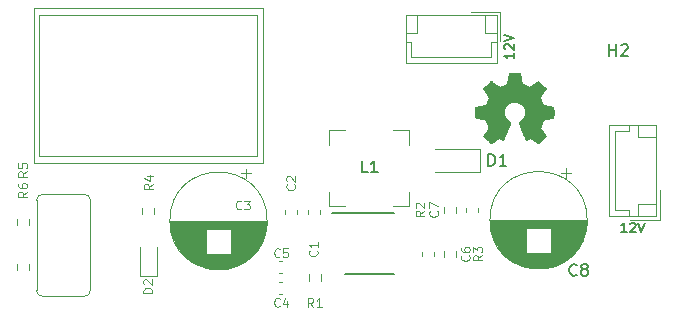
<source format=gbr>
%TF.GenerationSoftware,KiCad,Pcbnew,(5.1.9)-1*%
%TF.CreationDate,2021-11-10T21:50:44+01:00*%
%TF.ProjectId,smoke_extractor,736d6f6b-655f-4657-9874-726163746f72,rev?*%
%TF.SameCoordinates,Original*%
%TF.FileFunction,Legend,Top*%
%TF.FilePolarity,Positive*%
%FSLAX46Y46*%
G04 Gerber Fmt 4.6, Leading zero omitted, Abs format (unit mm)*
G04 Created by KiCad (PCBNEW (5.1.9)-1) date 2021-11-10 21:50:44*
%MOMM*%
%LPD*%
G01*
G04 APERTURE LIST*
%ADD10C,0.150000*%
%ADD11C,0.010000*%
%ADD12C,0.120000*%
%ADD13C,0.100000*%
G04 APERTURE END LIST*
D10*
X144304761Y-88361904D02*
X143847619Y-88361904D01*
X144076190Y-88361904D02*
X144076190Y-87561904D01*
X144000000Y-87676190D01*
X143923809Y-87752380D01*
X143847619Y-87790476D01*
X144609523Y-87638095D02*
X144647619Y-87600000D01*
X144723809Y-87561904D01*
X144914285Y-87561904D01*
X144990476Y-87600000D01*
X145028571Y-87638095D01*
X145066666Y-87714285D01*
X145066666Y-87790476D01*
X145028571Y-87904761D01*
X144571428Y-88361904D01*
X145066666Y-88361904D01*
X145295238Y-87561904D02*
X145561904Y-88361904D01*
X145828571Y-87561904D01*
X134761904Y-73195238D02*
X134761904Y-73652380D01*
X134761904Y-73423809D02*
X133961904Y-73423809D01*
X134076190Y-73500000D01*
X134152380Y-73576190D01*
X134190476Y-73652380D01*
X134038095Y-72890476D02*
X134000000Y-72852380D01*
X133961904Y-72776190D01*
X133961904Y-72585714D01*
X134000000Y-72509523D01*
X134038095Y-72471428D01*
X134114285Y-72433333D01*
X134190476Y-72433333D01*
X134304761Y-72471428D01*
X134761904Y-72928571D01*
X134761904Y-72433333D01*
X133961904Y-72204761D02*
X134761904Y-71938095D01*
X133961904Y-71671428D01*
D11*
%TO.C,REF\u002A\u002A*%
G36*
X135355814Y-75368931D02*
G01*
X135439635Y-75813555D01*
X135748920Y-75941053D01*
X136058206Y-76068551D01*
X136429246Y-75816246D01*
X136533157Y-75745996D01*
X136627087Y-75683272D01*
X136706652Y-75630938D01*
X136767470Y-75591857D01*
X136805157Y-75568893D01*
X136815421Y-75563942D01*
X136833910Y-75576676D01*
X136873420Y-75611882D01*
X136929522Y-75665062D01*
X136997787Y-75731718D01*
X137073786Y-75807354D01*
X137153092Y-75887472D01*
X137231275Y-75967574D01*
X137303907Y-76043164D01*
X137366559Y-76109745D01*
X137414803Y-76162818D01*
X137444210Y-76197887D01*
X137451241Y-76209623D01*
X137441123Y-76231260D01*
X137412759Y-76278662D01*
X137369129Y-76347193D01*
X137313218Y-76432215D01*
X137248006Y-76529093D01*
X137210219Y-76584350D01*
X137141343Y-76685248D01*
X137080140Y-76776299D01*
X137029578Y-76852970D01*
X136992628Y-76910728D01*
X136972258Y-76945043D01*
X136969197Y-76952254D01*
X136976136Y-76972748D01*
X136995051Y-77020513D01*
X137023087Y-77088832D01*
X137057391Y-77170989D01*
X137095109Y-77260270D01*
X137133387Y-77349958D01*
X137169370Y-77433338D01*
X137200206Y-77503694D01*
X137223039Y-77554310D01*
X137235017Y-77578471D01*
X137235724Y-77579422D01*
X137254531Y-77584036D01*
X137304618Y-77594328D01*
X137380793Y-77609287D01*
X137477865Y-77627901D01*
X137590643Y-77649159D01*
X137656442Y-77661418D01*
X137776950Y-77684362D01*
X137885797Y-77706195D01*
X137977476Y-77725722D01*
X138046481Y-77741748D01*
X138087304Y-77753079D01*
X138095511Y-77756674D01*
X138103548Y-77781006D01*
X138110033Y-77835959D01*
X138114970Y-77915108D01*
X138118364Y-78012026D01*
X138120218Y-78120287D01*
X138120538Y-78233465D01*
X138119327Y-78345135D01*
X138116590Y-78448868D01*
X138112331Y-78538241D01*
X138106555Y-78606826D01*
X138099267Y-78648197D01*
X138094895Y-78656810D01*
X138068764Y-78667133D01*
X138013393Y-78681892D01*
X137936107Y-78699352D01*
X137844230Y-78717780D01*
X137812158Y-78723741D01*
X137657524Y-78752066D01*
X137535375Y-78774876D01*
X137441673Y-78793080D01*
X137372384Y-78807583D01*
X137323471Y-78819292D01*
X137290897Y-78829115D01*
X137270628Y-78837956D01*
X137258626Y-78846724D01*
X137256947Y-78848457D01*
X137240184Y-78876371D01*
X137214614Y-78930695D01*
X137182788Y-79004777D01*
X137147260Y-79091965D01*
X137110583Y-79185608D01*
X137075311Y-79279052D01*
X137043996Y-79365647D01*
X137019193Y-79438740D01*
X137003454Y-79491678D01*
X136999332Y-79517811D01*
X136999676Y-79518726D01*
X137013641Y-79540086D01*
X137045322Y-79587084D01*
X137091391Y-79654827D01*
X137148518Y-79738423D01*
X137213373Y-79832982D01*
X137231843Y-79859854D01*
X137297699Y-79957275D01*
X137355650Y-80046163D01*
X137402538Y-80121412D01*
X137435207Y-80177920D01*
X137450500Y-80210581D01*
X137451241Y-80214593D01*
X137438392Y-80235684D01*
X137402888Y-80277464D01*
X137349293Y-80335445D01*
X137282171Y-80405135D01*
X137206087Y-80482045D01*
X137125604Y-80561683D01*
X137045287Y-80639561D01*
X136969699Y-80711186D01*
X136903405Y-80772070D01*
X136850969Y-80817721D01*
X136816955Y-80843650D01*
X136807545Y-80847883D01*
X136785643Y-80837912D01*
X136740800Y-80811020D01*
X136680321Y-80771736D01*
X136633789Y-80740117D01*
X136549475Y-80682098D01*
X136449626Y-80613784D01*
X136349473Y-80545579D01*
X136295627Y-80509075D01*
X136113371Y-80385800D01*
X135960381Y-80468520D01*
X135890682Y-80504759D01*
X135831414Y-80532926D01*
X135791311Y-80548991D01*
X135781103Y-80551226D01*
X135768829Y-80534722D01*
X135744613Y-80488082D01*
X135710263Y-80415609D01*
X135667588Y-80321606D01*
X135618394Y-80210374D01*
X135564490Y-80086215D01*
X135507684Y-79953432D01*
X135449782Y-79816327D01*
X135392593Y-79679202D01*
X135337924Y-79546358D01*
X135287584Y-79422098D01*
X135243380Y-79310725D01*
X135207119Y-79216539D01*
X135180609Y-79143844D01*
X135165658Y-79096941D01*
X135163254Y-79080833D01*
X135182311Y-79060286D01*
X135224036Y-79026933D01*
X135279706Y-78987702D01*
X135284378Y-78984599D01*
X135428264Y-78869423D01*
X135544283Y-78735053D01*
X135631430Y-78585784D01*
X135688699Y-78425913D01*
X135715086Y-78259737D01*
X135709585Y-78091552D01*
X135671190Y-77925655D01*
X135598895Y-77766342D01*
X135577626Y-77731487D01*
X135466996Y-77590737D01*
X135336302Y-77477714D01*
X135190064Y-77393003D01*
X135032808Y-77337194D01*
X134869057Y-77310874D01*
X134703333Y-77314630D01*
X134540162Y-77349050D01*
X134384065Y-77414723D01*
X134239567Y-77512235D01*
X134194869Y-77551813D01*
X134081112Y-77675703D01*
X133998218Y-77806124D01*
X133941356Y-77952315D01*
X133909687Y-78097088D01*
X133901869Y-78259860D01*
X133927938Y-78423440D01*
X133985245Y-78582298D01*
X134071144Y-78730906D01*
X134182986Y-78863735D01*
X134318123Y-78975256D01*
X134335883Y-78987011D01*
X134392150Y-79025508D01*
X134434923Y-79058863D01*
X134455372Y-79080160D01*
X134455669Y-79080833D01*
X134451279Y-79103871D01*
X134433876Y-79156157D01*
X134405268Y-79233390D01*
X134367265Y-79331268D01*
X134321674Y-79445491D01*
X134270303Y-79571758D01*
X134214962Y-79705767D01*
X134157458Y-79843218D01*
X134099601Y-79979808D01*
X134043198Y-80111237D01*
X133990058Y-80233205D01*
X133941990Y-80341409D01*
X133900801Y-80431549D01*
X133868301Y-80499323D01*
X133846297Y-80540430D01*
X133837436Y-80551226D01*
X133810360Y-80542819D01*
X133759697Y-80520272D01*
X133694183Y-80487613D01*
X133658159Y-80468520D01*
X133505168Y-80385800D01*
X133322912Y-80509075D01*
X133229875Y-80572228D01*
X133128015Y-80641727D01*
X133032562Y-80707165D01*
X132984750Y-80740117D01*
X132917505Y-80785273D01*
X132860564Y-80821057D01*
X132821354Y-80842938D01*
X132808619Y-80847563D01*
X132790083Y-80835085D01*
X132749059Y-80800252D01*
X132689525Y-80746678D01*
X132615458Y-80677983D01*
X132530835Y-80597781D01*
X132477315Y-80546286D01*
X132383681Y-80454286D01*
X132302759Y-80371999D01*
X132237823Y-80302945D01*
X132192142Y-80250644D01*
X132168989Y-80218616D01*
X132166768Y-80212116D01*
X132177076Y-80187394D01*
X132205561Y-80137405D01*
X132249063Y-80067212D01*
X132304423Y-79981875D01*
X132368480Y-79886456D01*
X132386697Y-79859854D01*
X132453073Y-79763167D01*
X132512622Y-79676117D01*
X132562016Y-79603595D01*
X132597925Y-79550493D01*
X132617019Y-79521703D01*
X132618864Y-79518726D01*
X132616105Y-79495782D01*
X132601462Y-79445336D01*
X132577487Y-79374041D01*
X132546734Y-79288547D01*
X132511756Y-79195507D01*
X132475107Y-79101574D01*
X132439339Y-79013399D01*
X132407006Y-78937634D01*
X132380662Y-78880931D01*
X132362858Y-78849943D01*
X132361593Y-78848457D01*
X132350706Y-78839601D01*
X132332318Y-78830843D01*
X132302394Y-78821277D01*
X132256897Y-78809996D01*
X132191791Y-78796093D01*
X132103039Y-78778663D01*
X131986607Y-78756798D01*
X131838458Y-78729591D01*
X131806382Y-78723741D01*
X131711314Y-78705374D01*
X131628435Y-78687405D01*
X131565070Y-78671569D01*
X131528542Y-78659600D01*
X131523644Y-78656810D01*
X131515573Y-78632072D01*
X131509013Y-78576790D01*
X131503967Y-78497389D01*
X131500441Y-78400296D01*
X131498439Y-78291938D01*
X131497964Y-78178740D01*
X131499023Y-78067128D01*
X131501618Y-77963529D01*
X131505754Y-77874368D01*
X131511437Y-77806072D01*
X131518669Y-77765066D01*
X131523029Y-77756674D01*
X131547302Y-77748208D01*
X131602574Y-77734435D01*
X131683338Y-77716550D01*
X131784088Y-77695748D01*
X131899317Y-77673223D01*
X131962098Y-77661418D01*
X132081213Y-77639151D01*
X132187435Y-77618979D01*
X132275573Y-77601915D01*
X132340434Y-77588969D01*
X132376826Y-77581155D01*
X132382816Y-77579422D01*
X132392939Y-77559890D01*
X132414338Y-77512843D01*
X132444161Y-77445003D01*
X132479555Y-77363091D01*
X132517668Y-77273828D01*
X132555647Y-77183935D01*
X132590640Y-77100135D01*
X132619794Y-77029147D01*
X132640257Y-76977694D01*
X132649177Y-76952497D01*
X132649343Y-76951396D01*
X132639231Y-76931519D01*
X132610883Y-76885777D01*
X132567277Y-76818717D01*
X132511394Y-76734884D01*
X132446213Y-76638826D01*
X132408321Y-76583650D01*
X132339275Y-76482481D01*
X132277950Y-76390630D01*
X132227337Y-76312744D01*
X132190429Y-76253469D01*
X132170218Y-76217451D01*
X132167299Y-76209377D01*
X132179847Y-76190584D01*
X132214537Y-76150457D01*
X132266937Y-76093493D01*
X132332616Y-76024185D01*
X132407144Y-75947031D01*
X132486087Y-75866525D01*
X132565017Y-75787163D01*
X132639500Y-75713440D01*
X132705106Y-75649852D01*
X132757404Y-75600894D01*
X132791961Y-75571061D01*
X132803522Y-75563942D01*
X132822346Y-75573953D01*
X132867369Y-75602078D01*
X132934213Y-75645454D01*
X133018501Y-75701218D01*
X133115856Y-75766506D01*
X133189293Y-75816246D01*
X133560333Y-76068551D01*
X134178905Y-75813555D01*
X134262725Y-75368931D01*
X134346546Y-74924307D01*
X135271994Y-74924307D01*
X135355814Y-75368931D01*
G37*
X135355814Y-75368931D02*
X135439635Y-75813555D01*
X135748920Y-75941053D01*
X136058206Y-76068551D01*
X136429246Y-75816246D01*
X136533157Y-75745996D01*
X136627087Y-75683272D01*
X136706652Y-75630938D01*
X136767470Y-75591857D01*
X136805157Y-75568893D01*
X136815421Y-75563942D01*
X136833910Y-75576676D01*
X136873420Y-75611882D01*
X136929522Y-75665062D01*
X136997787Y-75731718D01*
X137073786Y-75807354D01*
X137153092Y-75887472D01*
X137231275Y-75967574D01*
X137303907Y-76043164D01*
X137366559Y-76109745D01*
X137414803Y-76162818D01*
X137444210Y-76197887D01*
X137451241Y-76209623D01*
X137441123Y-76231260D01*
X137412759Y-76278662D01*
X137369129Y-76347193D01*
X137313218Y-76432215D01*
X137248006Y-76529093D01*
X137210219Y-76584350D01*
X137141343Y-76685248D01*
X137080140Y-76776299D01*
X137029578Y-76852970D01*
X136992628Y-76910728D01*
X136972258Y-76945043D01*
X136969197Y-76952254D01*
X136976136Y-76972748D01*
X136995051Y-77020513D01*
X137023087Y-77088832D01*
X137057391Y-77170989D01*
X137095109Y-77260270D01*
X137133387Y-77349958D01*
X137169370Y-77433338D01*
X137200206Y-77503694D01*
X137223039Y-77554310D01*
X137235017Y-77578471D01*
X137235724Y-77579422D01*
X137254531Y-77584036D01*
X137304618Y-77594328D01*
X137380793Y-77609287D01*
X137477865Y-77627901D01*
X137590643Y-77649159D01*
X137656442Y-77661418D01*
X137776950Y-77684362D01*
X137885797Y-77706195D01*
X137977476Y-77725722D01*
X138046481Y-77741748D01*
X138087304Y-77753079D01*
X138095511Y-77756674D01*
X138103548Y-77781006D01*
X138110033Y-77835959D01*
X138114970Y-77915108D01*
X138118364Y-78012026D01*
X138120218Y-78120287D01*
X138120538Y-78233465D01*
X138119327Y-78345135D01*
X138116590Y-78448868D01*
X138112331Y-78538241D01*
X138106555Y-78606826D01*
X138099267Y-78648197D01*
X138094895Y-78656810D01*
X138068764Y-78667133D01*
X138013393Y-78681892D01*
X137936107Y-78699352D01*
X137844230Y-78717780D01*
X137812158Y-78723741D01*
X137657524Y-78752066D01*
X137535375Y-78774876D01*
X137441673Y-78793080D01*
X137372384Y-78807583D01*
X137323471Y-78819292D01*
X137290897Y-78829115D01*
X137270628Y-78837956D01*
X137258626Y-78846724D01*
X137256947Y-78848457D01*
X137240184Y-78876371D01*
X137214614Y-78930695D01*
X137182788Y-79004777D01*
X137147260Y-79091965D01*
X137110583Y-79185608D01*
X137075311Y-79279052D01*
X137043996Y-79365647D01*
X137019193Y-79438740D01*
X137003454Y-79491678D01*
X136999332Y-79517811D01*
X136999676Y-79518726D01*
X137013641Y-79540086D01*
X137045322Y-79587084D01*
X137091391Y-79654827D01*
X137148518Y-79738423D01*
X137213373Y-79832982D01*
X137231843Y-79859854D01*
X137297699Y-79957275D01*
X137355650Y-80046163D01*
X137402538Y-80121412D01*
X137435207Y-80177920D01*
X137450500Y-80210581D01*
X137451241Y-80214593D01*
X137438392Y-80235684D01*
X137402888Y-80277464D01*
X137349293Y-80335445D01*
X137282171Y-80405135D01*
X137206087Y-80482045D01*
X137125604Y-80561683D01*
X137045287Y-80639561D01*
X136969699Y-80711186D01*
X136903405Y-80772070D01*
X136850969Y-80817721D01*
X136816955Y-80843650D01*
X136807545Y-80847883D01*
X136785643Y-80837912D01*
X136740800Y-80811020D01*
X136680321Y-80771736D01*
X136633789Y-80740117D01*
X136549475Y-80682098D01*
X136449626Y-80613784D01*
X136349473Y-80545579D01*
X136295627Y-80509075D01*
X136113371Y-80385800D01*
X135960381Y-80468520D01*
X135890682Y-80504759D01*
X135831414Y-80532926D01*
X135791311Y-80548991D01*
X135781103Y-80551226D01*
X135768829Y-80534722D01*
X135744613Y-80488082D01*
X135710263Y-80415609D01*
X135667588Y-80321606D01*
X135618394Y-80210374D01*
X135564490Y-80086215D01*
X135507684Y-79953432D01*
X135449782Y-79816327D01*
X135392593Y-79679202D01*
X135337924Y-79546358D01*
X135287584Y-79422098D01*
X135243380Y-79310725D01*
X135207119Y-79216539D01*
X135180609Y-79143844D01*
X135165658Y-79096941D01*
X135163254Y-79080833D01*
X135182311Y-79060286D01*
X135224036Y-79026933D01*
X135279706Y-78987702D01*
X135284378Y-78984599D01*
X135428264Y-78869423D01*
X135544283Y-78735053D01*
X135631430Y-78585784D01*
X135688699Y-78425913D01*
X135715086Y-78259737D01*
X135709585Y-78091552D01*
X135671190Y-77925655D01*
X135598895Y-77766342D01*
X135577626Y-77731487D01*
X135466996Y-77590737D01*
X135336302Y-77477714D01*
X135190064Y-77393003D01*
X135032808Y-77337194D01*
X134869057Y-77310874D01*
X134703333Y-77314630D01*
X134540162Y-77349050D01*
X134384065Y-77414723D01*
X134239567Y-77512235D01*
X134194869Y-77551813D01*
X134081112Y-77675703D01*
X133998218Y-77806124D01*
X133941356Y-77952315D01*
X133909687Y-78097088D01*
X133901869Y-78259860D01*
X133927938Y-78423440D01*
X133985245Y-78582298D01*
X134071144Y-78730906D01*
X134182986Y-78863735D01*
X134318123Y-78975256D01*
X134335883Y-78987011D01*
X134392150Y-79025508D01*
X134434923Y-79058863D01*
X134455372Y-79080160D01*
X134455669Y-79080833D01*
X134451279Y-79103871D01*
X134433876Y-79156157D01*
X134405268Y-79233390D01*
X134367265Y-79331268D01*
X134321674Y-79445491D01*
X134270303Y-79571758D01*
X134214962Y-79705767D01*
X134157458Y-79843218D01*
X134099601Y-79979808D01*
X134043198Y-80111237D01*
X133990058Y-80233205D01*
X133941990Y-80341409D01*
X133900801Y-80431549D01*
X133868301Y-80499323D01*
X133846297Y-80540430D01*
X133837436Y-80551226D01*
X133810360Y-80542819D01*
X133759697Y-80520272D01*
X133694183Y-80487613D01*
X133658159Y-80468520D01*
X133505168Y-80385800D01*
X133322912Y-80509075D01*
X133229875Y-80572228D01*
X133128015Y-80641727D01*
X133032562Y-80707165D01*
X132984750Y-80740117D01*
X132917505Y-80785273D01*
X132860564Y-80821057D01*
X132821354Y-80842938D01*
X132808619Y-80847563D01*
X132790083Y-80835085D01*
X132749059Y-80800252D01*
X132689525Y-80746678D01*
X132615458Y-80677983D01*
X132530835Y-80597781D01*
X132477315Y-80546286D01*
X132383681Y-80454286D01*
X132302759Y-80371999D01*
X132237823Y-80302945D01*
X132192142Y-80250644D01*
X132168989Y-80218616D01*
X132166768Y-80212116D01*
X132177076Y-80187394D01*
X132205561Y-80137405D01*
X132249063Y-80067212D01*
X132304423Y-79981875D01*
X132368480Y-79886456D01*
X132386697Y-79859854D01*
X132453073Y-79763167D01*
X132512622Y-79676117D01*
X132562016Y-79603595D01*
X132597925Y-79550493D01*
X132617019Y-79521703D01*
X132618864Y-79518726D01*
X132616105Y-79495782D01*
X132601462Y-79445336D01*
X132577487Y-79374041D01*
X132546734Y-79288547D01*
X132511756Y-79195507D01*
X132475107Y-79101574D01*
X132439339Y-79013399D01*
X132407006Y-78937634D01*
X132380662Y-78880931D01*
X132362858Y-78849943D01*
X132361593Y-78848457D01*
X132350706Y-78839601D01*
X132332318Y-78830843D01*
X132302394Y-78821277D01*
X132256897Y-78809996D01*
X132191791Y-78796093D01*
X132103039Y-78778663D01*
X131986607Y-78756798D01*
X131838458Y-78729591D01*
X131806382Y-78723741D01*
X131711314Y-78705374D01*
X131628435Y-78687405D01*
X131565070Y-78671569D01*
X131528542Y-78659600D01*
X131523644Y-78656810D01*
X131515573Y-78632072D01*
X131509013Y-78576790D01*
X131503967Y-78497389D01*
X131500441Y-78400296D01*
X131498439Y-78291938D01*
X131497964Y-78178740D01*
X131499023Y-78067128D01*
X131501618Y-77963529D01*
X131505754Y-77874368D01*
X131511437Y-77806072D01*
X131518669Y-77765066D01*
X131523029Y-77756674D01*
X131547302Y-77748208D01*
X131602574Y-77734435D01*
X131683338Y-77716550D01*
X131784088Y-77695748D01*
X131899317Y-77673223D01*
X131962098Y-77661418D01*
X132081213Y-77639151D01*
X132187435Y-77618979D01*
X132275573Y-77601915D01*
X132340434Y-77588969D01*
X132376826Y-77581155D01*
X132382816Y-77579422D01*
X132392939Y-77559890D01*
X132414338Y-77512843D01*
X132444161Y-77445003D01*
X132479555Y-77363091D01*
X132517668Y-77273828D01*
X132555647Y-77183935D01*
X132590640Y-77100135D01*
X132619794Y-77029147D01*
X132640257Y-76977694D01*
X132649177Y-76952497D01*
X132649343Y-76951396D01*
X132639231Y-76931519D01*
X132610883Y-76885777D01*
X132567277Y-76818717D01*
X132511394Y-76734884D01*
X132446213Y-76638826D01*
X132408321Y-76583650D01*
X132339275Y-76482481D01*
X132277950Y-76390630D01*
X132227337Y-76312744D01*
X132190429Y-76253469D01*
X132170218Y-76217451D01*
X132167299Y-76209377D01*
X132179847Y-76190584D01*
X132214537Y-76150457D01*
X132266937Y-76093493D01*
X132332616Y-76024185D01*
X132407144Y-75947031D01*
X132486087Y-75866525D01*
X132565017Y-75787163D01*
X132639500Y-75713440D01*
X132705106Y-75649852D01*
X132757404Y-75600894D01*
X132791961Y-75571061D01*
X132803522Y-75563942D01*
X132822346Y-75573953D01*
X132867369Y-75602078D01*
X132934213Y-75645454D01*
X133018501Y-75701218D01*
X133115856Y-75766506D01*
X133189293Y-75816246D01*
X133560333Y-76068551D01*
X134178905Y-75813555D01*
X134262725Y-75368931D01*
X134346546Y-74924307D01*
X135271994Y-74924307D01*
X135355814Y-75368931D01*
D12*
%TO.C,D1*%
X131900000Y-83300000D02*
X128050000Y-83300000D01*
X131900000Y-81300000D02*
X128050000Y-81300000D01*
X131900000Y-83300000D02*
X131900000Y-81300000D01*
%TO.C,J3*%
X147110000Y-87310000D02*
X147110000Y-84810000D01*
X144610000Y-87310000D02*
X147110000Y-87310000D01*
X145310000Y-80290000D02*
X146810000Y-80290000D01*
X145310000Y-79290000D02*
X145310000Y-80290000D01*
X145310000Y-86010000D02*
X146810000Y-86010000D01*
X145310000Y-87010000D02*
X145310000Y-86010000D01*
X144500000Y-79790000D02*
X144500000Y-79290000D01*
X143290000Y-79790000D02*
X144500000Y-79790000D01*
X143290000Y-86510000D02*
X143290000Y-79790000D01*
X144500000Y-86510000D02*
X143290000Y-86510000D01*
X144500000Y-87010000D02*
X144500000Y-86510000D01*
X142790000Y-79290000D02*
X142790000Y-87010000D01*
X146810000Y-79290000D02*
X142790000Y-79290000D01*
X146810000Y-87010000D02*
X146810000Y-79290000D01*
X142790000Y-87010000D02*
X146810000Y-87010000D01*
%TO.C,J2*%
X133610000Y-69690000D02*
X131110000Y-69690000D01*
X133610000Y-72190000D02*
X133610000Y-69690000D01*
X126590000Y-71490000D02*
X126590000Y-69990000D01*
X125590000Y-71490000D02*
X126590000Y-71490000D01*
X132310000Y-71490000D02*
X132310000Y-69990000D01*
X133310000Y-71490000D02*
X132310000Y-71490000D01*
X126090000Y-72300000D02*
X125590000Y-72300000D01*
X126090000Y-73510000D02*
X126090000Y-72300000D01*
X132810000Y-73510000D02*
X126090000Y-73510000D01*
X132810000Y-72300000D02*
X132810000Y-73510000D01*
X133310000Y-72300000D02*
X132810000Y-72300000D01*
X125590000Y-74010000D02*
X133310000Y-74010000D01*
X125590000Y-69990000D02*
X125590000Y-74010000D01*
X133310000Y-69990000D02*
X125590000Y-69990000D01*
X133310000Y-74010000D02*
X133310000Y-69990000D01*
%TO.C,L1*%
X125900000Y-86150000D02*
X125900000Y-84950000D01*
X125900000Y-86150000D02*
X124500000Y-86150000D01*
X119100000Y-86150000D02*
X120500000Y-86150000D01*
X119100000Y-86150000D02*
X119100000Y-84950000D01*
X119100000Y-79750000D02*
X119100000Y-80950000D01*
X125900000Y-79750000D02*
X125900000Y-80950000D01*
X119100000Y-79750000D02*
X120500000Y-79750000D01*
X125900000Y-79750000D02*
X124500000Y-79750000D01*
%TO.C,R4*%
X103277500Y-86345276D02*
X103277500Y-86854724D01*
X104322500Y-86345276D02*
X104322500Y-86854724D01*
%TO.C,D2*%
X104535000Y-92060000D02*
X104535000Y-89600000D01*
X103065000Y-92060000D02*
X104535000Y-92060000D01*
X103065000Y-89600000D02*
X103065000Y-92060000D01*
%TO.C,C3*%
X113870000Y-87400000D02*
G75*
G03*
X113870000Y-87400000I-4120000J0D01*
G01*
X113830000Y-87400000D02*
X105670000Y-87400000D01*
X113830000Y-87440000D02*
X105670000Y-87440000D01*
X113830000Y-87480000D02*
X105670000Y-87480000D01*
X113829000Y-87520000D02*
X105671000Y-87520000D01*
X113827000Y-87560000D02*
X105673000Y-87560000D01*
X113826000Y-87600000D02*
X105674000Y-87600000D01*
X113824000Y-87640000D02*
X105676000Y-87640000D01*
X113821000Y-87680000D02*
X105679000Y-87680000D01*
X113818000Y-87720000D02*
X105682000Y-87720000D01*
X113815000Y-87760000D02*
X105685000Y-87760000D01*
X113811000Y-87800000D02*
X105689000Y-87800000D01*
X113807000Y-87840000D02*
X105693000Y-87840000D01*
X113802000Y-87880000D02*
X105698000Y-87880000D01*
X113798000Y-87920000D02*
X105702000Y-87920000D01*
X113792000Y-87960000D02*
X105708000Y-87960000D01*
X113787000Y-88000000D02*
X105713000Y-88000000D01*
X113780000Y-88040000D02*
X105720000Y-88040000D01*
X113774000Y-88080000D02*
X105726000Y-88080000D01*
X113767000Y-88121000D02*
X110790000Y-88121000D01*
X108710000Y-88121000D02*
X105733000Y-88121000D01*
X113760000Y-88161000D02*
X110790000Y-88161000D01*
X108710000Y-88161000D02*
X105740000Y-88161000D01*
X113752000Y-88201000D02*
X110790000Y-88201000D01*
X108710000Y-88201000D02*
X105748000Y-88201000D01*
X113744000Y-88241000D02*
X110790000Y-88241000D01*
X108710000Y-88241000D02*
X105756000Y-88241000D01*
X113735000Y-88281000D02*
X110790000Y-88281000D01*
X108710000Y-88281000D02*
X105765000Y-88281000D01*
X113726000Y-88321000D02*
X110790000Y-88321000D01*
X108710000Y-88321000D02*
X105774000Y-88321000D01*
X113717000Y-88361000D02*
X110790000Y-88361000D01*
X108710000Y-88361000D02*
X105783000Y-88361000D01*
X113707000Y-88401000D02*
X110790000Y-88401000D01*
X108710000Y-88401000D02*
X105793000Y-88401000D01*
X113697000Y-88441000D02*
X110790000Y-88441000D01*
X108710000Y-88441000D02*
X105803000Y-88441000D01*
X113686000Y-88481000D02*
X110790000Y-88481000D01*
X108710000Y-88481000D02*
X105814000Y-88481000D01*
X113675000Y-88521000D02*
X110790000Y-88521000D01*
X108710000Y-88521000D02*
X105825000Y-88521000D01*
X113664000Y-88561000D02*
X110790000Y-88561000D01*
X108710000Y-88561000D02*
X105836000Y-88561000D01*
X113652000Y-88601000D02*
X110790000Y-88601000D01*
X108710000Y-88601000D02*
X105848000Y-88601000D01*
X113639000Y-88641000D02*
X110790000Y-88641000D01*
X108710000Y-88641000D02*
X105861000Y-88641000D01*
X113627000Y-88681000D02*
X110790000Y-88681000D01*
X108710000Y-88681000D02*
X105873000Y-88681000D01*
X113613000Y-88721000D02*
X110790000Y-88721000D01*
X108710000Y-88721000D02*
X105887000Y-88721000D01*
X113600000Y-88761000D02*
X110790000Y-88761000D01*
X108710000Y-88761000D02*
X105900000Y-88761000D01*
X113585000Y-88801000D02*
X110790000Y-88801000D01*
X108710000Y-88801000D02*
X105915000Y-88801000D01*
X113571000Y-88841000D02*
X110790000Y-88841000D01*
X108710000Y-88841000D02*
X105929000Y-88841000D01*
X113555000Y-88881000D02*
X110790000Y-88881000D01*
X108710000Y-88881000D02*
X105945000Y-88881000D01*
X113540000Y-88921000D02*
X110790000Y-88921000D01*
X108710000Y-88921000D02*
X105960000Y-88921000D01*
X113524000Y-88961000D02*
X110790000Y-88961000D01*
X108710000Y-88961000D02*
X105976000Y-88961000D01*
X113507000Y-89001000D02*
X110790000Y-89001000D01*
X108710000Y-89001000D02*
X105993000Y-89001000D01*
X113490000Y-89041000D02*
X110790000Y-89041000D01*
X108710000Y-89041000D02*
X106010000Y-89041000D01*
X113472000Y-89081000D02*
X110790000Y-89081000D01*
X108710000Y-89081000D02*
X106028000Y-89081000D01*
X113454000Y-89121000D02*
X110790000Y-89121000D01*
X108710000Y-89121000D02*
X106046000Y-89121000D01*
X113436000Y-89161000D02*
X110790000Y-89161000D01*
X108710000Y-89161000D02*
X106064000Y-89161000D01*
X113416000Y-89201000D02*
X110790000Y-89201000D01*
X108710000Y-89201000D02*
X106084000Y-89201000D01*
X113397000Y-89241000D02*
X110790000Y-89241000D01*
X108710000Y-89241000D02*
X106103000Y-89241000D01*
X113377000Y-89281000D02*
X110790000Y-89281000D01*
X108710000Y-89281000D02*
X106123000Y-89281000D01*
X113356000Y-89321000D02*
X110790000Y-89321000D01*
X108710000Y-89321000D02*
X106144000Y-89321000D01*
X113334000Y-89361000D02*
X110790000Y-89361000D01*
X108710000Y-89361000D02*
X106166000Y-89361000D01*
X113312000Y-89401000D02*
X110790000Y-89401000D01*
X108710000Y-89401000D02*
X106188000Y-89401000D01*
X113290000Y-89441000D02*
X110790000Y-89441000D01*
X108710000Y-89441000D02*
X106210000Y-89441000D01*
X113267000Y-89481000D02*
X110790000Y-89481000D01*
X108710000Y-89481000D02*
X106233000Y-89481000D01*
X113243000Y-89521000D02*
X110790000Y-89521000D01*
X108710000Y-89521000D02*
X106257000Y-89521000D01*
X113219000Y-89561000D02*
X110790000Y-89561000D01*
X108710000Y-89561000D02*
X106281000Y-89561000D01*
X113194000Y-89601000D02*
X110790000Y-89601000D01*
X108710000Y-89601000D02*
X106306000Y-89601000D01*
X113168000Y-89641000D02*
X110790000Y-89641000D01*
X108710000Y-89641000D02*
X106332000Y-89641000D01*
X113142000Y-89681000D02*
X110790000Y-89681000D01*
X108710000Y-89681000D02*
X106358000Y-89681000D01*
X113115000Y-89721000D02*
X110790000Y-89721000D01*
X108710000Y-89721000D02*
X106385000Y-89721000D01*
X113088000Y-89761000D02*
X110790000Y-89761000D01*
X108710000Y-89761000D02*
X106412000Y-89761000D01*
X113059000Y-89801000D02*
X110790000Y-89801000D01*
X108710000Y-89801000D02*
X106441000Y-89801000D01*
X113030000Y-89841000D02*
X110790000Y-89841000D01*
X108710000Y-89841000D02*
X106470000Y-89841000D01*
X113000000Y-89881000D02*
X110790000Y-89881000D01*
X108710000Y-89881000D02*
X106500000Y-89881000D01*
X112970000Y-89921000D02*
X110790000Y-89921000D01*
X108710000Y-89921000D02*
X106530000Y-89921000D01*
X112939000Y-89961000D02*
X110790000Y-89961000D01*
X108710000Y-89961000D02*
X106561000Y-89961000D01*
X112906000Y-90001000D02*
X110790000Y-90001000D01*
X108710000Y-90001000D02*
X106594000Y-90001000D01*
X112874000Y-90041000D02*
X110790000Y-90041000D01*
X108710000Y-90041000D02*
X106626000Y-90041000D01*
X112840000Y-90081000D02*
X110790000Y-90081000D01*
X108710000Y-90081000D02*
X106660000Y-90081000D01*
X112805000Y-90121000D02*
X110790000Y-90121000D01*
X108710000Y-90121000D02*
X106695000Y-90121000D01*
X112769000Y-90161000D02*
X110790000Y-90161000D01*
X108710000Y-90161000D02*
X106731000Y-90161000D01*
X112733000Y-90201000D02*
X106767000Y-90201000D01*
X112695000Y-90241000D02*
X106805000Y-90241000D01*
X112657000Y-90281000D02*
X106843000Y-90281000D01*
X112617000Y-90321000D02*
X106883000Y-90321000D01*
X112576000Y-90361000D02*
X106924000Y-90361000D01*
X112534000Y-90401000D02*
X106966000Y-90401000D01*
X112491000Y-90441000D02*
X107009000Y-90441000D01*
X112447000Y-90481000D02*
X107053000Y-90481000D01*
X112401000Y-90521000D02*
X107099000Y-90521000D01*
X112354000Y-90561000D02*
X107146000Y-90561000D01*
X112306000Y-90601000D02*
X107194000Y-90601000D01*
X112255000Y-90641000D02*
X107245000Y-90641000D01*
X112204000Y-90681000D02*
X107296000Y-90681000D01*
X112150000Y-90721000D02*
X107350000Y-90721000D01*
X112095000Y-90761000D02*
X107405000Y-90761000D01*
X112037000Y-90801000D02*
X107463000Y-90801000D01*
X111978000Y-90841000D02*
X107522000Y-90841000D01*
X111916000Y-90881000D02*
X107584000Y-90881000D01*
X111852000Y-90921000D02*
X107648000Y-90921000D01*
X111784000Y-90961000D02*
X107716000Y-90961000D01*
X111714000Y-91001000D02*
X107786000Y-91001000D01*
X111640000Y-91041000D02*
X107860000Y-91041000D01*
X111563000Y-91081000D02*
X107937000Y-91081000D01*
X111481000Y-91121000D02*
X108019000Y-91121000D01*
X111395000Y-91161000D02*
X108105000Y-91161000D01*
X111302000Y-91201000D02*
X108198000Y-91201000D01*
X111203000Y-91241000D02*
X108297000Y-91241000D01*
X111096000Y-91281000D02*
X108404000Y-91281000D01*
X110979000Y-91321000D02*
X108521000Y-91321000D01*
X110848000Y-91361000D02*
X108652000Y-91361000D01*
X110698000Y-91401000D02*
X108802000Y-91401000D01*
X110518000Y-91441000D02*
X108982000Y-91441000D01*
X110283000Y-91481000D02*
X109217000Y-91481000D01*
X112065000Y-82990302D02*
X112065000Y-83790302D01*
X112465000Y-83390302D02*
X111665000Y-83390302D01*
%TO.C,C1*%
X118310000Y-86503733D02*
X118310000Y-86796267D01*
X117290000Y-86503733D02*
X117290000Y-86796267D01*
%TO.C,R3*%
X129872500Y-89945276D02*
X129872500Y-90454724D01*
X128827500Y-89945276D02*
X128827500Y-90454724D01*
%TO.C,U2*%
X98900000Y-93300000D02*
X98900000Y-85650000D01*
X98400000Y-85150000D02*
X94850000Y-85150000D01*
X94850000Y-93800000D02*
X98400000Y-93800000D01*
X94350000Y-93300000D02*
X94350000Y-85650000D01*
X98400000Y-85150000D02*
G75*
G02*
X98900000Y-85650000I0J-500000D01*
G01*
X94350000Y-85650000D02*
G75*
G02*
X94850000Y-85150000I500000J0D01*
G01*
X94850000Y-93800000D02*
G75*
G02*
X94350000Y-93300000I0J500000D01*
G01*
X98900000Y-93300000D02*
G75*
G02*
X98400000Y-93800000I-500000J0D01*
G01*
D10*
%TO.C,U1*%
X120475000Y-91875000D02*
X124625000Y-91875000D01*
X119375000Y-86725000D02*
X124625000Y-86725000D01*
D12*
%TO.C,SW1*%
X113050000Y-69950000D02*
X113050000Y-81950000D01*
X94100000Y-69400000D02*
X113500000Y-69400000D01*
X113500000Y-69400000D02*
X113500000Y-82500000D01*
X113500000Y-82500000D02*
X94100000Y-82500000D01*
X94100000Y-82500000D02*
X94100000Y-69400000D01*
X94550000Y-69950000D02*
X113050000Y-69950000D01*
X94550000Y-81950000D02*
X113050000Y-81950000D01*
X94550000Y-69950000D02*
X94550000Y-81950000D01*
%TO.C,R6*%
X93722500Y-91045276D02*
X93722500Y-91554724D01*
X92677500Y-91045276D02*
X92677500Y-91554724D01*
%TO.C,R5*%
X92677500Y-87754724D02*
X92677500Y-87245276D01*
X93722500Y-87754724D02*
X93722500Y-87245276D01*
%TO.C,R2*%
X129872500Y-86245276D02*
X129872500Y-86754724D01*
X128827500Y-86245276D02*
X128827500Y-86754724D01*
%TO.C,R1*%
X118422500Y-91945276D02*
X118422500Y-92454724D01*
X117377500Y-91945276D02*
X117377500Y-92454724D01*
%TO.C,C8*%
X140970000Y-87350000D02*
G75*
G03*
X140970000Y-87350000I-4120000J0D01*
G01*
X140930000Y-87350000D02*
X132770000Y-87350000D01*
X140930000Y-87390000D02*
X132770000Y-87390000D01*
X140930000Y-87430000D02*
X132770000Y-87430000D01*
X140929000Y-87470000D02*
X132771000Y-87470000D01*
X140927000Y-87510000D02*
X132773000Y-87510000D01*
X140926000Y-87550000D02*
X132774000Y-87550000D01*
X140924000Y-87590000D02*
X132776000Y-87590000D01*
X140921000Y-87630000D02*
X132779000Y-87630000D01*
X140918000Y-87670000D02*
X132782000Y-87670000D01*
X140915000Y-87710000D02*
X132785000Y-87710000D01*
X140911000Y-87750000D02*
X132789000Y-87750000D01*
X140907000Y-87790000D02*
X132793000Y-87790000D01*
X140902000Y-87830000D02*
X132798000Y-87830000D01*
X140898000Y-87870000D02*
X132802000Y-87870000D01*
X140892000Y-87910000D02*
X132808000Y-87910000D01*
X140887000Y-87950000D02*
X132813000Y-87950000D01*
X140880000Y-87990000D02*
X132820000Y-87990000D01*
X140874000Y-88030000D02*
X132826000Y-88030000D01*
X140867000Y-88071000D02*
X137890000Y-88071000D01*
X135810000Y-88071000D02*
X132833000Y-88071000D01*
X140860000Y-88111000D02*
X137890000Y-88111000D01*
X135810000Y-88111000D02*
X132840000Y-88111000D01*
X140852000Y-88151000D02*
X137890000Y-88151000D01*
X135810000Y-88151000D02*
X132848000Y-88151000D01*
X140844000Y-88191000D02*
X137890000Y-88191000D01*
X135810000Y-88191000D02*
X132856000Y-88191000D01*
X140835000Y-88231000D02*
X137890000Y-88231000D01*
X135810000Y-88231000D02*
X132865000Y-88231000D01*
X140826000Y-88271000D02*
X137890000Y-88271000D01*
X135810000Y-88271000D02*
X132874000Y-88271000D01*
X140817000Y-88311000D02*
X137890000Y-88311000D01*
X135810000Y-88311000D02*
X132883000Y-88311000D01*
X140807000Y-88351000D02*
X137890000Y-88351000D01*
X135810000Y-88351000D02*
X132893000Y-88351000D01*
X140797000Y-88391000D02*
X137890000Y-88391000D01*
X135810000Y-88391000D02*
X132903000Y-88391000D01*
X140786000Y-88431000D02*
X137890000Y-88431000D01*
X135810000Y-88431000D02*
X132914000Y-88431000D01*
X140775000Y-88471000D02*
X137890000Y-88471000D01*
X135810000Y-88471000D02*
X132925000Y-88471000D01*
X140764000Y-88511000D02*
X137890000Y-88511000D01*
X135810000Y-88511000D02*
X132936000Y-88511000D01*
X140752000Y-88551000D02*
X137890000Y-88551000D01*
X135810000Y-88551000D02*
X132948000Y-88551000D01*
X140739000Y-88591000D02*
X137890000Y-88591000D01*
X135810000Y-88591000D02*
X132961000Y-88591000D01*
X140727000Y-88631000D02*
X137890000Y-88631000D01*
X135810000Y-88631000D02*
X132973000Y-88631000D01*
X140713000Y-88671000D02*
X137890000Y-88671000D01*
X135810000Y-88671000D02*
X132987000Y-88671000D01*
X140700000Y-88711000D02*
X137890000Y-88711000D01*
X135810000Y-88711000D02*
X133000000Y-88711000D01*
X140685000Y-88751000D02*
X137890000Y-88751000D01*
X135810000Y-88751000D02*
X133015000Y-88751000D01*
X140671000Y-88791000D02*
X137890000Y-88791000D01*
X135810000Y-88791000D02*
X133029000Y-88791000D01*
X140655000Y-88831000D02*
X137890000Y-88831000D01*
X135810000Y-88831000D02*
X133045000Y-88831000D01*
X140640000Y-88871000D02*
X137890000Y-88871000D01*
X135810000Y-88871000D02*
X133060000Y-88871000D01*
X140624000Y-88911000D02*
X137890000Y-88911000D01*
X135810000Y-88911000D02*
X133076000Y-88911000D01*
X140607000Y-88951000D02*
X137890000Y-88951000D01*
X135810000Y-88951000D02*
X133093000Y-88951000D01*
X140590000Y-88991000D02*
X137890000Y-88991000D01*
X135810000Y-88991000D02*
X133110000Y-88991000D01*
X140572000Y-89031000D02*
X137890000Y-89031000D01*
X135810000Y-89031000D02*
X133128000Y-89031000D01*
X140554000Y-89071000D02*
X137890000Y-89071000D01*
X135810000Y-89071000D02*
X133146000Y-89071000D01*
X140536000Y-89111000D02*
X137890000Y-89111000D01*
X135810000Y-89111000D02*
X133164000Y-89111000D01*
X140516000Y-89151000D02*
X137890000Y-89151000D01*
X135810000Y-89151000D02*
X133184000Y-89151000D01*
X140497000Y-89191000D02*
X137890000Y-89191000D01*
X135810000Y-89191000D02*
X133203000Y-89191000D01*
X140477000Y-89231000D02*
X137890000Y-89231000D01*
X135810000Y-89231000D02*
X133223000Y-89231000D01*
X140456000Y-89271000D02*
X137890000Y-89271000D01*
X135810000Y-89271000D02*
X133244000Y-89271000D01*
X140434000Y-89311000D02*
X137890000Y-89311000D01*
X135810000Y-89311000D02*
X133266000Y-89311000D01*
X140412000Y-89351000D02*
X137890000Y-89351000D01*
X135810000Y-89351000D02*
X133288000Y-89351000D01*
X140390000Y-89391000D02*
X137890000Y-89391000D01*
X135810000Y-89391000D02*
X133310000Y-89391000D01*
X140367000Y-89431000D02*
X137890000Y-89431000D01*
X135810000Y-89431000D02*
X133333000Y-89431000D01*
X140343000Y-89471000D02*
X137890000Y-89471000D01*
X135810000Y-89471000D02*
X133357000Y-89471000D01*
X140319000Y-89511000D02*
X137890000Y-89511000D01*
X135810000Y-89511000D02*
X133381000Y-89511000D01*
X140294000Y-89551000D02*
X137890000Y-89551000D01*
X135810000Y-89551000D02*
X133406000Y-89551000D01*
X140268000Y-89591000D02*
X137890000Y-89591000D01*
X135810000Y-89591000D02*
X133432000Y-89591000D01*
X140242000Y-89631000D02*
X137890000Y-89631000D01*
X135810000Y-89631000D02*
X133458000Y-89631000D01*
X140215000Y-89671000D02*
X137890000Y-89671000D01*
X135810000Y-89671000D02*
X133485000Y-89671000D01*
X140188000Y-89711000D02*
X137890000Y-89711000D01*
X135810000Y-89711000D02*
X133512000Y-89711000D01*
X140159000Y-89751000D02*
X137890000Y-89751000D01*
X135810000Y-89751000D02*
X133541000Y-89751000D01*
X140130000Y-89791000D02*
X137890000Y-89791000D01*
X135810000Y-89791000D02*
X133570000Y-89791000D01*
X140100000Y-89831000D02*
X137890000Y-89831000D01*
X135810000Y-89831000D02*
X133600000Y-89831000D01*
X140070000Y-89871000D02*
X137890000Y-89871000D01*
X135810000Y-89871000D02*
X133630000Y-89871000D01*
X140039000Y-89911000D02*
X137890000Y-89911000D01*
X135810000Y-89911000D02*
X133661000Y-89911000D01*
X140006000Y-89951000D02*
X137890000Y-89951000D01*
X135810000Y-89951000D02*
X133694000Y-89951000D01*
X139974000Y-89991000D02*
X137890000Y-89991000D01*
X135810000Y-89991000D02*
X133726000Y-89991000D01*
X139940000Y-90031000D02*
X137890000Y-90031000D01*
X135810000Y-90031000D02*
X133760000Y-90031000D01*
X139905000Y-90071000D02*
X137890000Y-90071000D01*
X135810000Y-90071000D02*
X133795000Y-90071000D01*
X139869000Y-90111000D02*
X137890000Y-90111000D01*
X135810000Y-90111000D02*
X133831000Y-90111000D01*
X139833000Y-90151000D02*
X133867000Y-90151000D01*
X139795000Y-90191000D02*
X133905000Y-90191000D01*
X139757000Y-90231000D02*
X133943000Y-90231000D01*
X139717000Y-90271000D02*
X133983000Y-90271000D01*
X139676000Y-90311000D02*
X134024000Y-90311000D01*
X139634000Y-90351000D02*
X134066000Y-90351000D01*
X139591000Y-90391000D02*
X134109000Y-90391000D01*
X139547000Y-90431000D02*
X134153000Y-90431000D01*
X139501000Y-90471000D02*
X134199000Y-90471000D01*
X139454000Y-90511000D02*
X134246000Y-90511000D01*
X139406000Y-90551000D02*
X134294000Y-90551000D01*
X139355000Y-90591000D02*
X134345000Y-90591000D01*
X139304000Y-90631000D02*
X134396000Y-90631000D01*
X139250000Y-90671000D02*
X134450000Y-90671000D01*
X139195000Y-90711000D02*
X134505000Y-90711000D01*
X139137000Y-90751000D02*
X134563000Y-90751000D01*
X139078000Y-90791000D02*
X134622000Y-90791000D01*
X139016000Y-90831000D02*
X134684000Y-90831000D01*
X138952000Y-90871000D02*
X134748000Y-90871000D01*
X138884000Y-90911000D02*
X134816000Y-90911000D01*
X138814000Y-90951000D02*
X134886000Y-90951000D01*
X138740000Y-90991000D02*
X134960000Y-90991000D01*
X138663000Y-91031000D02*
X135037000Y-91031000D01*
X138581000Y-91071000D02*
X135119000Y-91071000D01*
X138495000Y-91111000D02*
X135205000Y-91111000D01*
X138402000Y-91151000D02*
X135298000Y-91151000D01*
X138303000Y-91191000D02*
X135397000Y-91191000D01*
X138196000Y-91231000D02*
X135504000Y-91231000D01*
X138079000Y-91271000D02*
X135621000Y-91271000D01*
X137948000Y-91311000D02*
X135752000Y-91311000D01*
X137798000Y-91351000D02*
X135902000Y-91351000D01*
X137618000Y-91391000D02*
X136082000Y-91391000D01*
X137383000Y-91431000D02*
X136317000Y-91431000D01*
X139165000Y-82940302D02*
X139165000Y-83740302D01*
X139565000Y-83340302D02*
X138765000Y-83340302D01*
%TO.C,C7*%
X131760000Y-86353733D02*
X131760000Y-86646267D01*
X130740000Y-86353733D02*
X130740000Y-86646267D01*
%TO.C,C6*%
X128010000Y-90053733D02*
X128010000Y-90346267D01*
X126990000Y-90053733D02*
X126990000Y-90346267D01*
%TO.C,C5*%
X115146267Y-91810000D02*
X114853733Y-91810000D01*
X115146267Y-90790000D02*
X114853733Y-90790000D01*
%TO.C,C4*%
X115146267Y-93610000D02*
X114853733Y-93610000D01*
X115146267Y-92590000D02*
X114853733Y-92590000D01*
%TO.C,C2*%
X116410000Y-86503733D02*
X116410000Y-86796267D01*
X115390000Y-86503733D02*
X115390000Y-86796267D01*
%TO.C,D1*%
D10*
X132611904Y-82752380D02*
X132611904Y-81752380D01*
X132850000Y-81752380D01*
X132992857Y-81800000D01*
X133088095Y-81895238D01*
X133135714Y-81990476D01*
X133183333Y-82180952D01*
X133183333Y-82323809D01*
X133135714Y-82514285D01*
X133088095Y-82609523D01*
X132992857Y-82704761D01*
X132850000Y-82752380D01*
X132611904Y-82752380D01*
X134135714Y-82752380D02*
X133564285Y-82752380D01*
X133850000Y-82752380D02*
X133850000Y-81752380D01*
X133754761Y-81895238D01*
X133659523Y-81990476D01*
X133564285Y-82038095D01*
%TO.C,H2*%
X142838095Y-73452380D02*
X142838095Y-72452380D01*
X142838095Y-72928571D02*
X143409523Y-72928571D01*
X143409523Y-73452380D02*
X143409523Y-72452380D01*
X143838095Y-72547619D02*
X143885714Y-72500000D01*
X143980952Y-72452380D01*
X144219047Y-72452380D01*
X144314285Y-72500000D01*
X144361904Y-72547619D01*
X144409523Y-72642857D01*
X144409523Y-72738095D01*
X144361904Y-72880952D01*
X143790476Y-73452380D01*
X144409523Y-73452380D01*
%TO.C,L1*%
X122383333Y-83302380D02*
X121907142Y-83302380D01*
X121907142Y-82302380D01*
X123240476Y-83302380D02*
X122669047Y-83302380D01*
X122954761Y-83302380D02*
X122954761Y-82302380D01*
X122859523Y-82445238D01*
X122764285Y-82540476D01*
X122669047Y-82588095D01*
%TO.C,R4*%
D12*
X104189285Y-84275000D02*
X103832142Y-84525000D01*
X104189285Y-84703571D02*
X103439285Y-84703571D01*
X103439285Y-84417857D01*
X103475000Y-84346428D01*
X103510714Y-84310714D01*
X103582142Y-84275000D01*
X103689285Y-84275000D01*
X103760714Y-84310714D01*
X103796428Y-84346428D01*
X103832142Y-84417857D01*
X103832142Y-84703571D01*
X103689285Y-83632142D02*
X104189285Y-83632142D01*
X103403571Y-83810714D02*
X103939285Y-83989285D01*
X103939285Y-83525000D01*
%TO.C,D2*%
X104139285Y-93503571D02*
X103389285Y-93503571D01*
X103389285Y-93325000D01*
X103425000Y-93217857D01*
X103496428Y-93146428D01*
X103567857Y-93110714D01*
X103710714Y-93075000D01*
X103817857Y-93075000D01*
X103960714Y-93110714D01*
X104032142Y-93146428D01*
X104103571Y-93217857D01*
X104139285Y-93325000D01*
X104139285Y-93503571D01*
X103460714Y-92789285D02*
X103425000Y-92753571D01*
X103389285Y-92682142D01*
X103389285Y-92503571D01*
X103425000Y-92432142D01*
X103460714Y-92396428D01*
X103532142Y-92360714D01*
X103603571Y-92360714D01*
X103710714Y-92396428D01*
X104139285Y-92825000D01*
X104139285Y-92360714D01*
%TO.C,C3*%
X111675000Y-86367857D02*
X111639285Y-86403571D01*
X111532142Y-86439285D01*
X111460714Y-86439285D01*
X111353571Y-86403571D01*
X111282142Y-86332142D01*
X111246428Y-86260714D01*
X111210714Y-86117857D01*
X111210714Y-86010714D01*
X111246428Y-85867857D01*
X111282142Y-85796428D01*
X111353571Y-85725000D01*
X111460714Y-85689285D01*
X111532142Y-85689285D01*
X111639285Y-85725000D01*
X111675000Y-85760714D01*
X111925000Y-85689285D02*
X112389285Y-85689285D01*
X112139285Y-85975000D01*
X112246428Y-85975000D01*
X112317857Y-86010714D01*
X112353571Y-86046428D01*
X112389285Y-86117857D01*
X112389285Y-86296428D01*
X112353571Y-86367857D01*
X112317857Y-86403571D01*
X112246428Y-86439285D01*
X112032142Y-86439285D01*
X111960714Y-86403571D01*
X111925000Y-86367857D01*
%TO.C,C1*%
D13*
X118067857Y-89925000D02*
X118103571Y-89960714D01*
X118139285Y-90067857D01*
X118139285Y-90139285D01*
X118103571Y-90246428D01*
X118032142Y-90317857D01*
X117960714Y-90353571D01*
X117817857Y-90389285D01*
X117710714Y-90389285D01*
X117567857Y-90353571D01*
X117496428Y-90317857D01*
X117425000Y-90246428D01*
X117389285Y-90139285D01*
X117389285Y-90067857D01*
X117425000Y-89960714D01*
X117460714Y-89925000D01*
X118139285Y-89210714D02*
X118139285Y-89639285D01*
X118139285Y-89425000D02*
X117389285Y-89425000D01*
X117496428Y-89496428D01*
X117567857Y-89567857D01*
X117603571Y-89639285D01*
%TO.C,R3*%
D12*
X132089285Y-90325000D02*
X131732142Y-90575000D01*
X132089285Y-90753571D02*
X131339285Y-90753571D01*
X131339285Y-90467857D01*
X131375000Y-90396428D01*
X131410714Y-90360714D01*
X131482142Y-90325000D01*
X131589285Y-90325000D01*
X131660714Y-90360714D01*
X131696428Y-90396428D01*
X131732142Y-90467857D01*
X131732142Y-90753571D01*
X131339285Y-90075000D02*
X131339285Y-89610714D01*
X131625000Y-89860714D01*
X131625000Y-89753571D01*
X131660714Y-89682142D01*
X131696428Y-89646428D01*
X131767857Y-89610714D01*
X131946428Y-89610714D01*
X132017857Y-89646428D01*
X132053571Y-89682142D01*
X132089285Y-89753571D01*
X132089285Y-89967857D01*
X132053571Y-90039285D01*
X132017857Y-90075000D01*
%TO.C,R6*%
X93539285Y-84925000D02*
X93182142Y-85175000D01*
X93539285Y-85353571D02*
X92789285Y-85353571D01*
X92789285Y-85067857D01*
X92825000Y-84996428D01*
X92860714Y-84960714D01*
X92932142Y-84925000D01*
X93039285Y-84925000D01*
X93110714Y-84960714D01*
X93146428Y-84996428D01*
X93182142Y-85067857D01*
X93182142Y-85353571D01*
X92789285Y-84282142D02*
X92789285Y-84425000D01*
X92825000Y-84496428D01*
X92860714Y-84532142D01*
X92967857Y-84603571D01*
X93110714Y-84639285D01*
X93396428Y-84639285D01*
X93467857Y-84603571D01*
X93503571Y-84567857D01*
X93539285Y-84496428D01*
X93539285Y-84353571D01*
X93503571Y-84282142D01*
X93467857Y-84246428D01*
X93396428Y-84210714D01*
X93217857Y-84210714D01*
X93146428Y-84246428D01*
X93110714Y-84282142D01*
X93075000Y-84353571D01*
X93075000Y-84496428D01*
X93110714Y-84567857D01*
X93146428Y-84603571D01*
X93217857Y-84639285D01*
%TO.C,R5*%
X93539285Y-83225000D02*
X93182142Y-83475000D01*
X93539285Y-83653571D02*
X92789285Y-83653571D01*
X92789285Y-83367857D01*
X92825000Y-83296428D01*
X92860714Y-83260714D01*
X92932142Y-83225000D01*
X93039285Y-83225000D01*
X93110714Y-83260714D01*
X93146428Y-83296428D01*
X93182142Y-83367857D01*
X93182142Y-83653571D01*
X92789285Y-82546428D02*
X92789285Y-82903571D01*
X93146428Y-82939285D01*
X93110714Y-82903571D01*
X93075000Y-82832142D01*
X93075000Y-82653571D01*
X93110714Y-82582142D01*
X93146428Y-82546428D01*
X93217857Y-82510714D01*
X93396428Y-82510714D01*
X93467857Y-82546428D01*
X93503571Y-82582142D01*
X93539285Y-82653571D01*
X93539285Y-82832142D01*
X93503571Y-82903571D01*
X93467857Y-82939285D01*
%TO.C,R2*%
X127189285Y-86575000D02*
X126832142Y-86825000D01*
X127189285Y-87003571D02*
X126439285Y-87003571D01*
X126439285Y-86717857D01*
X126475000Y-86646428D01*
X126510714Y-86610714D01*
X126582142Y-86575000D01*
X126689285Y-86575000D01*
X126760714Y-86610714D01*
X126796428Y-86646428D01*
X126832142Y-86717857D01*
X126832142Y-87003571D01*
X126510714Y-86289285D02*
X126475000Y-86253571D01*
X126439285Y-86182142D01*
X126439285Y-86003571D01*
X126475000Y-85932142D01*
X126510714Y-85896428D01*
X126582142Y-85860714D01*
X126653571Y-85860714D01*
X126760714Y-85896428D01*
X127189285Y-86325000D01*
X127189285Y-85860714D01*
%TO.C,R1*%
D13*
X117775000Y-94689285D02*
X117525000Y-94332142D01*
X117346428Y-94689285D02*
X117346428Y-93939285D01*
X117632142Y-93939285D01*
X117703571Y-93975000D01*
X117739285Y-94010714D01*
X117775000Y-94082142D01*
X117775000Y-94189285D01*
X117739285Y-94260714D01*
X117703571Y-94296428D01*
X117632142Y-94332142D01*
X117346428Y-94332142D01*
X118489285Y-94689285D02*
X118060714Y-94689285D01*
X118275000Y-94689285D02*
X118275000Y-93939285D01*
X118203571Y-94046428D01*
X118132142Y-94117857D01*
X118060714Y-94153571D01*
%TO.C,C8*%
D10*
X140083333Y-91957142D02*
X140035714Y-92004761D01*
X139892857Y-92052380D01*
X139797619Y-92052380D01*
X139654761Y-92004761D01*
X139559523Y-91909523D01*
X139511904Y-91814285D01*
X139464285Y-91623809D01*
X139464285Y-91480952D01*
X139511904Y-91290476D01*
X139559523Y-91195238D01*
X139654761Y-91100000D01*
X139797619Y-91052380D01*
X139892857Y-91052380D01*
X140035714Y-91100000D01*
X140083333Y-91147619D01*
X140654761Y-91480952D02*
X140559523Y-91433333D01*
X140511904Y-91385714D01*
X140464285Y-91290476D01*
X140464285Y-91242857D01*
X140511904Y-91147619D01*
X140559523Y-91100000D01*
X140654761Y-91052380D01*
X140845238Y-91052380D01*
X140940476Y-91100000D01*
X140988095Y-91147619D01*
X141035714Y-91242857D01*
X141035714Y-91290476D01*
X140988095Y-91385714D01*
X140940476Y-91433333D01*
X140845238Y-91480952D01*
X140654761Y-91480952D01*
X140559523Y-91528571D01*
X140511904Y-91576190D01*
X140464285Y-91671428D01*
X140464285Y-91861904D01*
X140511904Y-91957142D01*
X140559523Y-92004761D01*
X140654761Y-92052380D01*
X140845238Y-92052380D01*
X140940476Y-92004761D01*
X140988095Y-91957142D01*
X141035714Y-91861904D01*
X141035714Y-91671428D01*
X140988095Y-91576190D01*
X140940476Y-91528571D01*
X140845238Y-91480952D01*
%TO.C,C7*%
D12*
X128267857Y-86575000D02*
X128303571Y-86610714D01*
X128339285Y-86717857D01*
X128339285Y-86789285D01*
X128303571Y-86896428D01*
X128232142Y-86967857D01*
X128160714Y-87003571D01*
X128017857Y-87039285D01*
X127910714Y-87039285D01*
X127767857Y-87003571D01*
X127696428Y-86967857D01*
X127625000Y-86896428D01*
X127589285Y-86789285D01*
X127589285Y-86717857D01*
X127625000Y-86610714D01*
X127660714Y-86575000D01*
X127589285Y-86325000D02*
X127589285Y-85825000D01*
X128339285Y-86146428D01*
%TO.C,C6*%
X130967857Y-90325000D02*
X131003571Y-90360714D01*
X131039285Y-90467857D01*
X131039285Y-90539285D01*
X131003571Y-90646428D01*
X130932142Y-90717857D01*
X130860714Y-90753571D01*
X130717857Y-90789285D01*
X130610714Y-90789285D01*
X130467857Y-90753571D01*
X130396428Y-90717857D01*
X130325000Y-90646428D01*
X130289285Y-90539285D01*
X130289285Y-90467857D01*
X130325000Y-90360714D01*
X130360714Y-90325000D01*
X130289285Y-89682142D02*
X130289285Y-89825000D01*
X130325000Y-89896428D01*
X130360714Y-89932142D01*
X130467857Y-90003571D01*
X130610714Y-90039285D01*
X130896428Y-90039285D01*
X130967857Y-90003571D01*
X131003571Y-89967857D01*
X131039285Y-89896428D01*
X131039285Y-89753571D01*
X131003571Y-89682142D01*
X130967857Y-89646428D01*
X130896428Y-89610714D01*
X130717857Y-89610714D01*
X130646428Y-89646428D01*
X130610714Y-89682142D01*
X130575000Y-89753571D01*
X130575000Y-89896428D01*
X130610714Y-89967857D01*
X130646428Y-90003571D01*
X130717857Y-90039285D01*
%TO.C,C5*%
D13*
X114925000Y-90417857D02*
X114889285Y-90453571D01*
X114782142Y-90489285D01*
X114710714Y-90489285D01*
X114603571Y-90453571D01*
X114532142Y-90382142D01*
X114496428Y-90310714D01*
X114460714Y-90167857D01*
X114460714Y-90060714D01*
X114496428Y-89917857D01*
X114532142Y-89846428D01*
X114603571Y-89775000D01*
X114710714Y-89739285D01*
X114782142Y-89739285D01*
X114889285Y-89775000D01*
X114925000Y-89810714D01*
X115603571Y-89739285D02*
X115246428Y-89739285D01*
X115210714Y-90096428D01*
X115246428Y-90060714D01*
X115317857Y-90025000D01*
X115496428Y-90025000D01*
X115567857Y-90060714D01*
X115603571Y-90096428D01*
X115639285Y-90167857D01*
X115639285Y-90346428D01*
X115603571Y-90417857D01*
X115567857Y-90453571D01*
X115496428Y-90489285D01*
X115317857Y-90489285D01*
X115246428Y-90453571D01*
X115210714Y-90417857D01*
%TO.C,C4*%
X114925000Y-94617857D02*
X114889285Y-94653571D01*
X114782142Y-94689285D01*
X114710714Y-94689285D01*
X114603571Y-94653571D01*
X114532142Y-94582142D01*
X114496428Y-94510714D01*
X114460714Y-94367857D01*
X114460714Y-94260714D01*
X114496428Y-94117857D01*
X114532142Y-94046428D01*
X114603571Y-93975000D01*
X114710714Y-93939285D01*
X114782142Y-93939285D01*
X114889285Y-93975000D01*
X114925000Y-94010714D01*
X115567857Y-94189285D02*
X115567857Y-94689285D01*
X115389285Y-93903571D02*
X115210714Y-94439285D01*
X115675000Y-94439285D01*
%TO.C,C2*%
X116167857Y-84325000D02*
X116203571Y-84360714D01*
X116239285Y-84467857D01*
X116239285Y-84539285D01*
X116203571Y-84646428D01*
X116132142Y-84717857D01*
X116060714Y-84753571D01*
X115917857Y-84789285D01*
X115810714Y-84789285D01*
X115667857Y-84753571D01*
X115596428Y-84717857D01*
X115525000Y-84646428D01*
X115489285Y-84539285D01*
X115489285Y-84467857D01*
X115525000Y-84360714D01*
X115560714Y-84325000D01*
X115560714Y-84039285D02*
X115525000Y-84003571D01*
X115489285Y-83932142D01*
X115489285Y-83753571D01*
X115525000Y-83682142D01*
X115560714Y-83646428D01*
X115632142Y-83610714D01*
X115703571Y-83610714D01*
X115810714Y-83646428D01*
X116239285Y-84075000D01*
X116239285Y-83610714D01*
%TD*%
M02*

</source>
